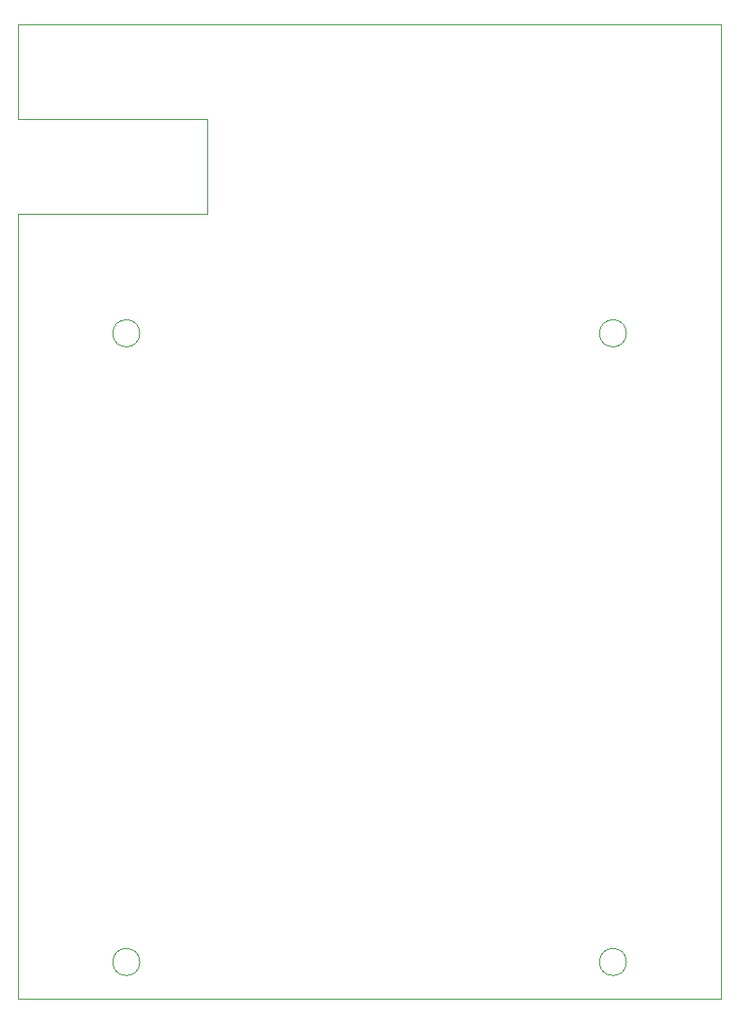
<source format=gbr>
%TF.GenerationSoftware,KiCad,Pcbnew,7.0.7*%
%TF.CreationDate,2023-09-01T04:07:14-04:00*%
%TF.ProjectId,Lora_Keypad,4c6f7261-5f4b-4657-9970-61642e6b6963,v1*%
%TF.SameCoordinates,Original*%
%TF.FileFunction,Profile,NP*%
%FSLAX46Y46*%
G04 Gerber Fmt 4.6, Leading zero omitted, Abs format (unit mm)*
G04 Created by KiCad (PCBNEW 7.0.7) date 2023-09-01 04:07:14*
%MOMM*%
%LPD*%
G01*
G04 APERTURE LIST*
%TA.AperFunction,Profile*%
%ADD10C,0.100000*%
%TD*%
%TA.AperFunction,Profile*%
%ADD11C,0.120000*%
%TD*%
G04 APERTURE END LIST*
D10*
X130810000Y-57150000D02*
X113030000Y-57150000D01*
X179070000Y-139700000D02*
X113030000Y-139700000D01*
X179070000Y-48260000D02*
X179070000Y-139700000D01*
X113030000Y-66040000D02*
X113030000Y-139700000D01*
X113030000Y-57150000D02*
X113030000Y-48260000D01*
X113030000Y-66040000D02*
X130810000Y-66040000D01*
X130810000Y-66040000D02*
X130810000Y-57150000D01*
X113030000Y-48260000D02*
X179070000Y-48260000D01*
D11*
%TO.C,U2*%
X124460000Y-77220000D02*
G75*
G03*
X124460000Y-77220000I-1270000J0D01*
G01*
X124460000Y-136220000D02*
G75*
G03*
X124460000Y-136220000I-1270000J0D01*
G01*
X170180000Y-77220000D02*
G75*
G03*
X170180000Y-77220000I-1270000J0D01*
G01*
X170180000Y-136220000D02*
G75*
G03*
X170180000Y-136220000I-1270000J0D01*
G01*
%TD*%
M02*

</source>
